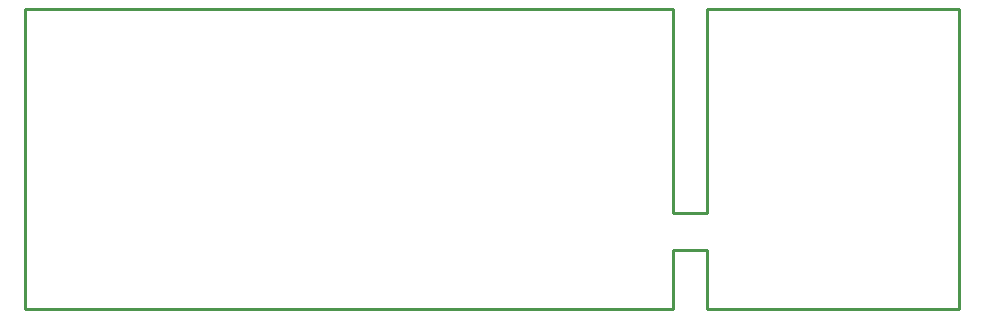
<source format=gbr>
G04 EAGLE Gerber RS-274X export*
G75*
%MOMM*%
%FSLAX34Y34*%
%LPD*%
%IN*%
%IPPOS*%
%AMOC8*
5,1,8,0,0,1.08239X$1,22.5*%
G01*
%ADD10C,0.254000*%


D10*
X0Y0D02*
X548640Y0D01*
X548640Y49530D01*
X577850Y49530D01*
X577850Y0D01*
X791210Y0D01*
X791210Y254000D01*
X577850Y254000D01*
X577850Y81280D01*
X548640Y81280D01*
X548640Y254000D01*
X0Y254000D01*
X0Y0D01*
M02*

</source>
